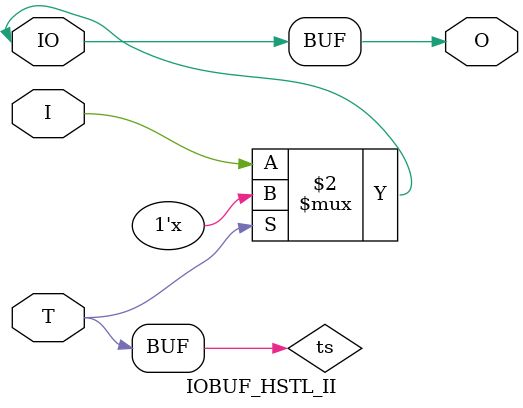
<source format=v>

/*

FUNCTION	: INPUT TRI-STATE OUTPUT BUFFER

*/

`celldefine
`timescale  100 ps / 10 ps

module IOBUF_HSTL_II (O, IO, I, T);

    output O;

    inout  IO;

    input  I, T;

    or O1 (ts, 1'b0, T);
    bufif0 T1 (IO, I, ts);

    buf B1 (O, IO);

endmodule

</source>
